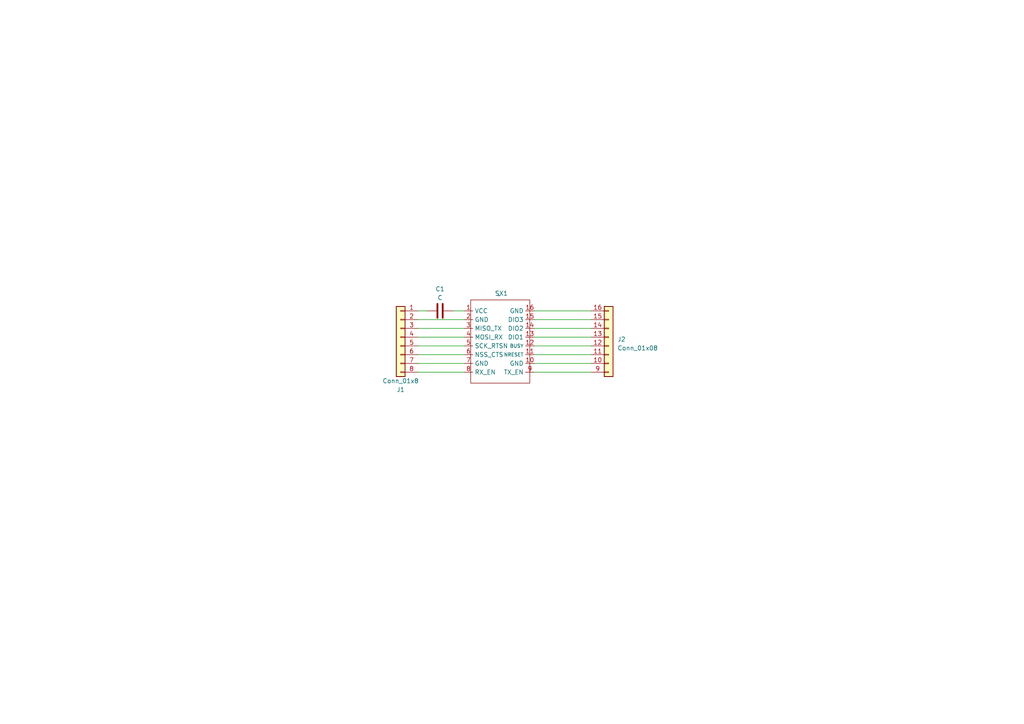
<source format=kicad_sch>
(kicad_sch (version 20230121) (generator eeschema)

  (uuid 1602b242-7329-4747-8f09-77424f4d65c1)

  (paper "A4")

  (lib_symbols
    (symbol "Conn_01x08_1" (pin_names (offset 1.016) hide) (in_bom yes) (on_board yes)
      (property "Reference" "J2" (at 2.54 -0.635 0)
        (effects (font (size 1.27 1.27)) (justify left))
      )
      (property "Value" "Conn_01x08" (at 2.54 -3.175 0)
        (effects (font (size 1.27 1.27)) (justify left))
      )
      (property "Footprint" "" (at 0 0 0)
        (effects (font (size 1.27 1.27)) hide)
      )
      (property "Datasheet" "~" (at 0 0 0)
        (effects (font (size 1.27 1.27)) hide)
      )
      (property "ki_keywords" "connector" (at 0 0 0)
        (effects (font (size 1.27 1.27)) hide)
      )
      (property "ki_description" "Generic connector, single row, 01x08, script generated (kicad-library-utils/schlib/autogen/connector/)" (at 0 0 0)
        (effects (font (size 1.27 1.27)) hide)
      )
      (property "ki_fp_filters" "Connector*:*_1x??_*" (at 0 0 0)
        (effects (font (size 1.27 1.27)) hide)
      )
      (symbol "Conn_01x08_1_1_1"
        (rectangle (start -1.27 -10.033) (end 0 -10.287)
          (stroke (width 0.1524) (type default))
          (fill (type none))
        )
        (rectangle (start -1.27 -7.493) (end 0 -7.747)
          (stroke (width 0.1524) (type default))
          (fill (type none))
        )
        (rectangle (start -1.27 -4.953) (end 0 -5.207)
          (stroke (width 0.1524) (type default))
          (fill (type none))
        )
        (rectangle (start -1.27 -2.413) (end 0 -2.667)
          (stroke (width 0.1524) (type default))
          (fill (type none))
        )
        (rectangle (start -1.27 0.127) (end 0 -0.127)
          (stroke (width 0.1524) (type default))
          (fill (type none))
        )
        (rectangle (start -1.27 2.667) (end 0 2.413)
          (stroke (width 0.1524) (type default))
          (fill (type none))
        )
        (rectangle (start -1.27 5.207) (end 0 4.953)
          (stroke (width 0.1524) (type default))
          (fill (type none))
        )
        (rectangle (start -1.27 7.747) (end 0 7.493)
          (stroke (width 0.1524) (type default))
          (fill (type none))
        )
        (rectangle (start -1.27 8.89) (end 1.27 -11.43)
          (stroke (width 0.254) (type default))
          (fill (type background))
        )
        (pin passive line (at -5.08 -7.62 0) (length 3.81)
          (name "Pin_7" (effects (font (size 1.27 1.27))))
          (number "10" (effects (font (size 1.27 1.27))))
        )
        (pin passive line (at -5.08 -5.08 0) (length 3.81)
          (name "Pin_6" (effects (font (size 1.27 1.27))))
          (number "11" (effects (font (size 1.27 1.27))))
        )
        (pin passive line (at -5.08 -2.54 0) (length 3.81)
          (name "Pin_5" (effects (font (size 1.27 1.27))))
          (number "12" (effects (font (size 1.27 1.27))))
        )
        (pin passive line (at -5.08 0 0) (length 3.81)
          (name "Pin_4" (effects (font (size 1.27 1.27))))
          (number "13" (effects (font (size 1.27 1.27))))
        )
        (pin passive line (at -5.08 2.54 0) (length 3.81)
          (name "Pin_3" (effects (font (size 1.27 1.27))))
          (number "14" (effects (font (size 1.27 1.27))))
        )
        (pin passive line (at -5.08 5.08 0) (length 3.81)
          (name "Pin_2" (effects (font (size 1.27 1.27))))
          (number "15" (effects (font (size 1.27 1.27))))
        )
        (pin passive line (at -5.08 7.62 0) (length 3.81)
          (name "Pin_1" (effects (font (size 1.27 1.27))))
          (number "16" (effects (font (size 1.27 1.27))))
        )
        (pin passive line (at -5.08 -10.16 0) (length 3.81)
          (name "Pin_8" (effects (font (size 1.27 1.27))))
          (number "9" (effects (font (size 1.27 1.27))))
        )
      )
    )
    (symbol "Connector_Generic:Conn_01x08" (pin_names (offset 1.016) hide) (in_bom yes) (on_board yes)
      (property "Reference" "J" (at 0 10.16 0)
        (effects (font (size 1.27 1.27)))
      )
      (property "Value" "Conn_01x08" (at 0 -12.7 0)
        (effects (font (size 1.27 1.27)))
      )
      (property "Footprint" "" (at 0 0 0)
        (effects (font (size 1.27 1.27)) hide)
      )
      (property "Datasheet" "~" (at 0 0 0)
        (effects (font (size 1.27 1.27)) hide)
      )
      (property "ki_keywords" "connector" (at 0 0 0)
        (effects (font (size 1.27 1.27)) hide)
      )
      (property "ki_description" "Generic connector, single row, 01x08, script generated (kicad-library-utils/schlib/autogen/connector/)" (at 0 0 0)
        (effects (font (size 1.27 1.27)) hide)
      )
      (property "ki_fp_filters" "Connector*:*_1x??_*" (at 0 0 0)
        (effects (font (size 1.27 1.27)) hide)
      )
      (symbol "Conn_01x08_1_1"
        (rectangle (start -1.27 -10.033) (end 0 -10.287)
          (stroke (width 0.1524) (type default))
          (fill (type none))
        )
        (rectangle (start -1.27 -7.493) (end 0 -7.747)
          (stroke (width 0.1524) (type default))
          (fill (type none))
        )
        (rectangle (start -1.27 -4.953) (end 0 -5.207)
          (stroke (width 0.1524) (type default))
          (fill (type none))
        )
        (rectangle (start -1.27 -2.413) (end 0 -2.667)
          (stroke (width 0.1524) (type default))
          (fill (type none))
        )
        (rectangle (start -1.27 0.127) (end 0 -0.127)
          (stroke (width 0.1524) (type default))
          (fill (type none))
        )
        (rectangle (start -1.27 2.667) (end 0 2.413)
          (stroke (width 0.1524) (type default))
          (fill (type none))
        )
        (rectangle (start -1.27 5.207) (end 0 4.953)
          (stroke (width 0.1524) (type default))
          (fill (type none))
        )
        (rectangle (start -1.27 7.747) (end 0 7.493)
          (stroke (width 0.1524) (type default))
          (fill (type none))
        )
        (rectangle (start -1.27 8.89) (end 1.27 -11.43)
          (stroke (width 0.254) (type default))
          (fill (type background))
        )
        (pin passive line (at -5.08 7.62 0) (length 3.81)
          (name "Pin_1" (effects (font (size 1.27 1.27))))
          (number "1" (effects (font (size 1.27 1.27))))
        )
        (pin passive line (at -5.08 5.08 0) (length 3.81)
          (name "Pin_2" (effects (font (size 1.27 1.27))))
          (number "2" (effects (font (size 1.27 1.27))))
        )
        (pin passive line (at -5.08 2.54 0) (length 3.81)
          (name "Pin_3" (effects (font (size 1.27 1.27))))
          (number "3" (effects (font (size 1.27 1.27))))
        )
        (pin passive line (at -5.08 0 0) (length 3.81)
          (name "Pin_4" (effects (font (size 1.27 1.27))))
          (number "4" (effects (font (size 1.27 1.27))))
        )
        (pin passive line (at -5.08 -2.54 0) (length 3.81)
          (name "Pin_5" (effects (font (size 1.27 1.27))))
          (number "5" (effects (font (size 1.27 1.27))))
        )
        (pin passive line (at -5.08 -5.08 0) (length 3.81)
          (name "Pin_6" (effects (font (size 1.27 1.27))))
          (number "6" (effects (font (size 1.27 1.27))))
        )
        (pin passive line (at -5.08 -7.62 0) (length 3.81)
          (name "Pin_7" (effects (font (size 1.27 1.27))))
          (number "7" (effects (font (size 1.27 1.27))))
        )
        (pin passive line (at -5.08 -10.16 0) (length 3.81)
          (name "Pin_8" (effects (font (size 1.27 1.27))))
          (number "8" (effects (font (size 1.27 1.27))))
        )
      )
    )
    (symbol "Device:C" (pin_numbers hide) (pin_names (offset 0.254)) (in_bom yes) (on_board yes)
      (property "Reference" "C" (at 0.635 2.54 0)
        (effects (font (size 1.27 1.27)) (justify left))
      )
      (property "Value" "C" (at 0.635 -2.54 0)
        (effects (font (size 1.27 1.27)) (justify left))
      )
      (property "Footprint" "" (at 0.9652 -3.81 0)
        (effects (font (size 1.27 1.27)) hide)
      )
      (property "Datasheet" "~" (at 0 0 0)
        (effects (font (size 1.27 1.27)) hide)
      )
      (property "ki_keywords" "cap capacitor" (at 0 0 0)
        (effects (font (size 1.27 1.27)) hide)
      )
      (property "ki_description" "Unpolarized capacitor" (at 0 0 0)
        (effects (font (size 1.27 1.27)) hide)
      )
      (property "ki_fp_filters" "C_*" (at 0 0 0)
        (effects (font (size 1.27 1.27)) hide)
      )
      (symbol "C_0_1"
        (polyline
          (pts
            (xy -2.032 -0.762)
            (xy 2.032 -0.762)
          )
          (stroke (width 0.508) (type default))
          (fill (type none))
        )
        (polyline
          (pts
            (xy -2.032 0.762)
            (xy 2.032 0.762)
          )
          (stroke (width 0.508) (type default))
          (fill (type none))
        )
      )
      (symbol "C_1_1"
        (pin passive line (at 0 3.81 270) (length 2.794)
          (name "~" (effects (font (size 1.27 1.27))))
          (number "1" (effects (font (size 1.27 1.27))))
        )
        (pin passive line (at 0 -3.81 90) (length 2.794)
          (name "~" (effects (font (size 1.27 1.27))))
          (number "2" (effects (font (size 1.27 1.27))))
        )
      )
    )
    (symbol "SX1280:SX1" (in_bom yes) (on_board yes)
      (property "Reference" "SX" (at 0 0 0)
        (effects (font (size 1.27 1.27)))
      )
      (property "Value" "" (at 0 0 0)
        (effects (font (size 1.27 1.27)))
      )
      (property "Footprint" "" (at 0 0 0)
        (effects (font (size 1.27 1.27)) hide)
      )
      (property "Datasheet" "" (at 0 0 0)
        (effects (font (size 1.27 1.27)) hide)
      )
      (symbol "SX1_0_1"
        (rectangle (start -8.255 -1.27) (end 8.89 -25.4)
          (stroke (width 0) (type default))
          (fill (type none))
        )
      )
      (symbol "SX1_1_1"
        (pin input line (at -10.16 -4.445 0) (length 2.54)
          (name "VCC" (effects (font (size 1.27 1.27))))
          (number "1" (effects (font (size 1.27 1.27))))
        )
        (pin input line (at 10.16 -19.685 180) (length 2.54)
          (name "GND" (effects (font (size 1.27 1.27))))
          (number "10" (effects (font (size 1.27 1.27))))
        )
        (pin input line (at 10.16 -17.145 180) (length 2.54)
          (name "NRESET" (effects (font (size 1 1))))
          (number "11" (effects (font (size 1.27 1.27))))
        )
        (pin input line (at 10.16 -14.605 180) (length 2.54)
          (name "BUSY" (effects (font (size 1 1))))
          (number "12" (effects (font (size 1.27 1.27))))
        )
        (pin input line (at 10.16 -12.065 180) (length 2.54)
          (name "DIO1" (effects (font (size 1.27 1.27))))
          (number "13" (effects (font (size 1.27 1.27))))
        )
        (pin input line (at 10.16 -9.525 180) (length 2.54)
          (name "DIO2" (effects (font (size 1.27 1.27))))
          (number "14" (effects (font (size 1.27 1.27))))
        )
        (pin input line (at 10.16 -6.985 180) (length 2.54)
          (name "DIO3" (effects (font (size 1.27 1.27))))
          (number "15" (effects (font (size 1.27 1.27))))
        )
        (pin input line (at 10.16 -4.445 180) (length 2.54)
          (name "GND" (effects (font (size 1.27 1.27))))
          (number "16" (effects (font (size 1.27 1.27))))
        )
        (pin input line (at -10.16 -6.985 0) (length 2.54)
          (name "GND" (effects (font (size 1.27 1.27))))
          (number "2" (effects (font (size 1.27 1.27))))
        )
        (pin input line (at -10.16 -9.525 0) (length 2.54)
          (name "MISO_TX" (effects (font (size 1.27 1.27))))
          (number "3" (effects (font (size 1.27 1.27))))
        )
        (pin input line (at -10.16 -12.065 0) (length 2.54)
          (name "MOSI_RX" (effects (font (size 1.27 1.27))))
          (number "4" (effects (font (size 1.27 1.27))))
        )
        (pin input line (at -10.16 -14.605 0) (length 2.54)
          (name "SCK_RTSN" (effects (font (size 1.27 1.27))))
          (number "5" (effects (font (size 1.27 1.27))))
        )
        (pin input line (at -10.16 -17.145 0) (length 2.54)
          (name "NSS_CTS" (effects (font (size 1.27 1.27))))
          (number "6" (effects (font (size 1.27 1.27))))
        )
        (pin input line (at -10.16 -19.685 0) (length 2.54)
          (name "GND" (effects (font (size 1.27 1.27))))
          (number "7" (effects (font (size 1.27 1.27))))
        )
        (pin input line (at -10.16 -22.225 0) (length 2.54)
          (name "RX_EN" (effects (font (size 1.27 1.27))))
          (number "8" (effects (font (size 1.27 1.27))))
        )
        (pin input line (at 10.16 -22.225 180) (length 2.54)
          (name "TX_EN" (effects (font (size 1.27 1.27))))
          (number "9" (effects (font (size 1.27 1.27))))
        )
      )
    )
  )


  (wire (pts (xy 154.94 90.17) (xy 171.45 90.17))
    (stroke (width 0) (type default))
    (uuid 01c80218-ae6c-432c-9777-592e514bd912)
  )
  (wire (pts (xy 154.94 97.79) (xy 171.45 97.79))
    (stroke (width 0) (type default))
    (uuid 0d6b0bfc-0fa6-444c-b157-9bb693b7d4ce)
  )
  (wire (pts (xy 121.285 92.71) (xy 134.62 92.71))
    (stroke (width 0) (type default))
    (uuid 1874f3eb-d71f-47f7-99bb-16e1f43e99f4)
  )
  (wire (pts (xy 154.94 102.87) (xy 171.45 102.87))
    (stroke (width 0) (type default))
    (uuid 28de7338-a514-4336-9bed-7c28ccd259da)
  )
  (wire (pts (xy 154.94 100.33) (xy 171.45 100.33))
    (stroke (width 0) (type default))
    (uuid 3873efc0-9dd5-4905-8b5c-21d08dcf9f52)
  )
  (wire (pts (xy 154.94 92.71) (xy 171.45 92.71))
    (stroke (width 0) (type default))
    (uuid 49415a5f-6959-4de5-b44b-934ce7c4ea6f)
  )
  (wire (pts (xy 121.285 97.79) (xy 134.62 97.79))
    (stroke (width 0) (type default))
    (uuid 499447d4-8cfa-46f3-abde-22d6133144b1)
  )
  (wire (pts (xy 154.94 105.41) (xy 171.45 105.41))
    (stroke (width 0) (type default))
    (uuid 60749c7e-ba72-4e47-8da1-77db5aaa972b)
  )
  (wire (pts (xy 131.445 90.17) (xy 134.62 90.17))
    (stroke (width 0) (type default))
    (uuid 78caaa36-b61a-4f8c-a115-82dc4850eda7)
  )
  (wire (pts (xy 121.285 100.33) (xy 134.62 100.33))
    (stroke (width 0) (type default))
    (uuid 847d8f49-50fb-471a-af4a-cdac33249068)
  )
  (wire (pts (xy 154.94 95.25) (xy 171.45 95.25))
    (stroke (width 0) (type default))
    (uuid 88acea7a-3af2-4fd4-9bf4-6cfe877469e4)
  )
  (wire (pts (xy 121.285 102.87) (xy 134.62 102.87))
    (stroke (width 0) (type default))
    (uuid 88c06365-7f56-40ae-a6e2-0b38b4e4cb1a)
  )
  (wire (pts (xy 121.285 95.25) (xy 134.62 95.25))
    (stroke (width 0) (type default))
    (uuid a1524496-4f10-4a50-850f-4d728cb78f60)
  )
  (wire (pts (xy 121.285 107.95) (xy 134.62 107.95))
    (stroke (width 0) (type default))
    (uuid a2510dbd-fe9c-4586-bca8-c9272ed37057)
  )
  (wire (pts (xy 121.285 105.41) (xy 134.62 105.41))
    (stroke (width 0) (type default))
    (uuid ab16d8ff-0c1b-40be-98d4-3e691a8202a3)
  )
  (wire (pts (xy 154.94 107.95) (xy 171.45 107.95))
    (stroke (width 0) (type default))
    (uuid ba22caec-5ea4-44de-9790-4ffbc5775cf6)
  )
  (wire (pts (xy 121.285 90.17) (xy 123.825 90.17))
    (stroke (width 0) (type default))
    (uuid e60cc6a3-8a55-4006-b78f-9dc2b0907d61)
  )

  (symbol (lib_name "Conn_01x08_1") (lib_id "Connector_Generic:Conn_01x08") (at 176.53 97.79 0) (unit 1)
    (in_bom yes) (on_board yes) (dnp no)
    (uuid 2a939360-be1c-4ae1-89dc-0c875232628f)
    (property "Reference" "J2" (at 179.07 98.425 0)
      (effects (font (size 1.27 1.27)) (justify left))
    )
    (property "Value" "Conn_01x08" (at 179.07 100.965 0)
      (effects (font (size 1.27 1.27)) (justify left))
    )
    (property "Footprint" "Connector_PinHeader_2.54mm:PinHeader_1x08_P2.54mm_Vertical" (at 176.53 97.79 0)
      (effects (font (size 1.27 1.27)) hide)
    )
    (property "Datasheet" "~" (at 176.53 97.79 0)
      (effects (font (size 1.27 1.27)) hide)
    )
    (pin "10" (uuid 02996714-e578-4ac6-8088-1e9251cda16f))
    (pin "11" (uuid fce224bc-74ff-41cb-931e-a18c848abda4))
    (pin "12" (uuid 4a68fe22-9fc8-4704-b846-f5d32a8a613d))
    (pin "13" (uuid 09e23d81-88c7-4248-a8a1-40c2b199f499))
    (pin "14" (uuid 8067d6c9-4c5b-4f9a-ad91-d32cea3d3468))
    (pin "15" (uuid 1706751b-a215-4bc5-be43-6f8cb48300fa))
    (pin "16" (uuid 7d1be048-1536-4fcc-8b09-4ec16ace848d))
    (pin "9" (uuid 7b1d44b6-324b-470f-860e-f3d2d3599063))
    (instances
      (project "Shield SX1280"
        (path "/1602b242-7329-4747-8f09-77424f4d65c1"
          (reference "J2") (unit 1)
        )
      )
    )
  )

  (symbol (lib_id "Device:C") (at 127.635 90.17 90) (unit 1)
    (in_bom yes) (on_board yes) (dnp no) (fields_autoplaced)
    (uuid 47defc4f-7ecd-402f-9067-8aaf62b8c299)
    (property "Reference" "C1" (at 127.635 83.82 90)
      (effects (font (size 1.27 1.27)))
    )
    (property "Value" "C" (at 127.635 86.36 90)
      (effects (font (size 1.27 1.27)))
    )
    (property "Footprint" "Capacitor_THT:CP_Radial_D5.0mm_P2.50mm" (at 131.445 89.2048 0)
      (effects (font (size 1.27 1.27)) hide)
    )
    (property "Datasheet" "~" (at 127.635 90.17 0)
      (effects (font (size 1.27 1.27)) hide)
    )
    (pin "1" (uuid 7b8b577d-2911-4fb7-81a1-0b59b7b8fa5e))
    (pin "2" (uuid 23bc99e7-38f1-47f8-a052-7c2d59056f39))
    (instances
      (project "Shield SX1280"
        (path "/1602b242-7329-4747-8f09-77424f4d65c1"
          (reference "C1") (unit 1)
        )
      )
    )
  )

  (symbol (lib_id "Connector_Generic:Conn_01x08") (at 116.205 97.79 0) (mirror y) (unit 1)
    (in_bom yes) (on_board yes) (dnp no) (fields_autoplaced)
    (uuid b165b9f8-0bb3-407b-ab5a-6511063688c5)
    (property "Reference" "J1" (at 116.205 113.03 0)
      (effects (font (size 1.27 1.27)))
    )
    (property "Value" "Conn_01x8" (at 116.205 110.49 0)
      (effects (font (size 1.27 1.27)))
    )
    (property "Footprint" "Connector_PinHeader_2.54mm:PinHeader_1x08_P2.54mm_Vertical" (at 116.205 97.79 0)
      (effects (font (size 1.27 1.27)) hide)
    )
    (property "Datasheet" "~" (at 116.205 97.79 0)
      (effects (font (size 1.27 1.27)) hide)
    )
    (pin "1" (uuid 8219cb1c-37fb-4383-a9b6-95d8849ba827))
    (pin "2" (uuid fa80e29a-e5ab-4a83-97e6-210310feabdc))
    (pin "3" (uuid 59ccd3af-1f0e-457e-bd23-6fb7ae76d170))
    (pin "4" (uuid 9d807b19-778d-4d96-8c2b-724f1886d99b))
    (pin "5" (uuid 708e1752-c902-47d6-b3c6-b94741eaf873))
    (pin "6" (uuid 434f9b7f-6eeb-450e-9aaf-5790f1536a76))
    (pin "7" (uuid eb2ee479-8274-4979-9da5-ce2ad5f2ce9b))
    (pin "8" (uuid 8e5275ce-0250-4a4c-a722-f73e87b94356))
    (instances
      (project "Shield SX1280"
        (path "/1602b242-7329-4747-8f09-77424f4d65c1"
          (reference "J1") (unit 1)
        )
      )
    )
  )

  (symbol (lib_id "SX1280:SX1") (at 144.78 85.725 0) (unit 1)
    (in_bom yes) (on_board yes) (dnp no)
    (uuid c8f174ec-429e-4dc5-a896-1eb9b3473b73)
    (property "Reference" "SX1" (at 145.415 85.09 0)
      (effects (font (size 1.27 1.27)))
    )
    (property "Value" "~" (at 144.78 85.725 0)
      (effects (font (size 1.27 1.27)))
    )
    (property "Footprint" "SX1280:SX1280" (at 144.78 85.725 0)
      (effects (font (size 1.27 1.27)) hide)
    )
    (property "Datasheet" "" (at 144.78 85.725 0)
      (effects (font (size 1.27 1.27)) hide)
    )
    (pin "1" (uuid 782a208c-3e49-4b37-b02d-de8be6485df5))
    (pin "10" (uuid 2d32f19c-c622-4910-849f-eef6543d4ff1))
    (pin "11" (uuid 4f94544c-72ab-417b-be3e-f6c38cebf928))
    (pin "12" (uuid f81139f1-c21d-44c6-9be2-74b3cc447ef4))
    (pin "13" (uuid 6a88a160-4d6c-4944-9361-99e0e39eaca8))
    (pin "14" (uuid ce3b0a88-4501-470c-ae54-7f5500af613b))
    (pin "15" (uuid f4de56b2-9e80-435c-b0c5-8669c51f6bc5))
    (pin "16" (uuid b02945df-265a-47cc-97d7-0bd45e9e820c))
    (pin "2" (uuid 4ada6407-2c8e-47e8-b9e0-21a0c6676e83))
    (pin "3" (uuid ef54b44f-5e48-426b-9e30-d64bdfe94cd7))
    (pin "4" (uuid 93652902-b77b-46b1-a0bc-5b829ceabd9f))
    (pin "5" (uuid 34a147ac-657c-44db-803b-33b49ab1fe81))
    (pin "6" (uuid dfb2b16f-3e31-49ee-95fc-1c2dd29c28f0))
    (pin "7" (uuid 91b157d5-c46e-48b4-8184-9e57521f9837))
    (pin "8" (uuid 95a34703-56d4-4826-bdef-4225bf69d9ac))
    (pin "9" (uuid 18ecedb7-7f45-4c18-ba03-eca3c581c583))
    (instances
      (project "Shield SX1280"
        (path "/1602b242-7329-4747-8f09-77424f4d65c1"
          (reference "SX1") (unit 1)
        )
      )
    )
  )

  (sheet_instances
    (path "/" (page "1"))
  )
)

</source>
